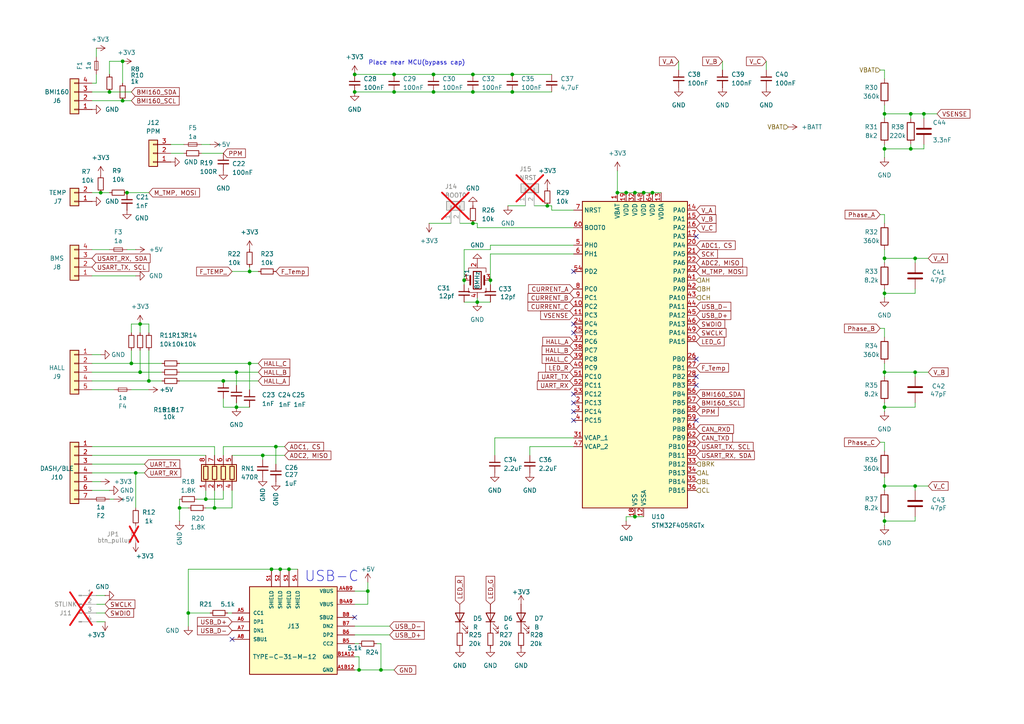
<source format=kicad_sch>
(kicad_sch (version 20231120) (generator "eeschema") (generator_version "8.0")
  (paper "A4")
  (junction (at 102.87 21.59))
  (junction (at 80.01 129.54))
  (junction (at 148.59 21.59))
  (junction (at 83.82 165.1))
  (junction (at 137.16 26.67))
  (junction (at 106.68 171.45))
  (junction (at 68.58 118.11))
  (junction (at 264.16 43.18))
  (junction (at 137.16 21.59))
  (junction (at 158.75 59.69))
  (junction (at 256.54 151.13))
  (junction (at 264.16 33.02))
  (junction (at 104.14 194.31))
  (junction (at 76.2 132.08))
  (junction (at 189.23 55.88))
  (junction (at 256.54 118.11))
  (junction (at 54.61 177.8))
  (junction (at 114.3 21.59))
  (junction (at 39.37 137.16))
  (junction (at 142.24 81.28))
  (junction (at 179.07 55.88))
  (junction (at 256.54 74.93))
  (junction (at 72.39 105.41))
  (junction (at 125.73 21.59))
  (junction (at 36.83 55.88))
  (junction (at 110.49 194.31))
  (junction (at 256.54 33.02))
  (junction (at 148.59 26.67))
  (junction (at 186.69 55.88))
  (junction (at 256.54 140.97))
  (junction (at 68.58 107.95))
  (junction (at 31.75 26.67))
  (junction (at 184.15 149.86))
  (junction (at 72.39 78.74))
  (junction (at 114.3 26.67))
  (junction (at 38.1 105.41))
  (junction (at 267.97 33.02))
  (junction (at 265.43 107.95))
  (junction (at 40.64 107.95))
  (junction (at 81.28 165.1))
  (junction (at 52.07 147.32))
  (junction (at 35.56 29.21))
  (junction (at 265.43 140.97))
  (junction (at 256.54 107.95))
  (junction (at 78.74 165.1))
  (junction (at 181.61 55.88))
  (junction (at 102.87 26.67))
  (junction (at 256.54 85.09))
  (junction (at 256.54 43.18))
  (junction (at 35.56 17.78))
  (junction (at 43.18 110.49))
  (junction (at 40.64 93.98))
  (junction (at 265.43 74.93))
  (junction (at 137.16 64.77))
  (junction (at 184.15 55.88))
  (junction (at 29.21 55.88))
  (junction (at 59.69 144.78))
  (junction (at 125.73 26.67))
  (junction (at 138.43 87.63))
  (junction (at 64.77 110.49))
  (junction (at 62.23 147.32))
  (junction (at 134.62 81.28))
  (no_connect (at 67.31 185.42))
  (no_connect (at 201.93 111.76))
  (no_connect (at 201.93 121.92))
  (no_connect (at 166.37 116.84))
  (no_connect (at 166.37 119.38))
  (no_connect (at 201.93 68.58))
  (no_connect (at 166.37 93.98))
  (no_connect (at 102.87 179.07))
  (no_connect (at 166.37 96.52))
  (no_connect (at 166.37 121.92))
  (no_connect (at 201.93 109.22))
  (no_connect (at 166.37 78.74))
  (no_connect (at 201.93 104.14))
  (no_connect (at 166.37 114.3))
  (wire (pts (xy 76.2 132.08) (xy 76.2 133.35)))
  (wire (pts (xy 256.54 74.93) (xy 256.54 76.2)))
  (wire (pts (xy 31.75 26.67) (xy 38.1 26.67)))
  (wire (pts (xy 160.02 59.69) (xy 160.02 60.96)))
  (wire (pts (xy 255.27 95.25) (xy 256.54 95.25)))
  (wire (pts (xy 267.97 41.91) (xy 267.97 43.18)))
  (wire (pts (xy 179.07 55.88) (xy 181.61 55.88)))
  (wire (pts (xy 52.07 147.32) (xy 52.07 151.13)))
  (wire (pts (xy 166.37 129.54) (xy 153.67 129.54)))
  (wire (pts (xy 38.1 113.03) (xy 43.18 113.03)))
  (wire (pts (xy 153.67 129.54) (xy 153.67 132.08)))
  (wire (pts (xy 102.87 181.61) (xy 113.03 181.61)))
  (wire (pts (xy 147.32 59.69) (xy 152.4 59.69)))
  (wire (pts (xy 68.58 107.95) (xy 74.93 107.95)))
  (wire (pts (xy 72.39 77.47) (xy 72.39 78.74)))
  (wire (pts (xy 134.62 72.39) (xy 134.62 81.28)))
  (wire (pts (xy 62.23 142.24) (xy 62.23 147.32)))
  (wire (pts (xy 137.16 26.67) (xy 148.59 26.67)))
  (wire (pts (xy 209.55 17.78) (xy 209.55 20.32)))
  (wire (pts (xy 256.54 85.09) (xy 256.54 86.36)))
  (wire (pts (xy 27.94 13.97) (xy 27.94 16.51)))
  (wire (pts (xy 26.67 110.49) (xy 43.18 110.49)))
  (wire (pts (xy 102.87 175.26) (xy 106.68 175.26)))
  (wire (pts (xy 64.77 118.11) (xy 68.58 118.11)))
  (wire (pts (xy 134.62 87.63) (xy 138.43 87.63)))
  (wire (pts (xy 59.69 147.32) (xy 62.23 147.32)))
  (wire (pts (xy 52.07 107.95) (xy 68.58 107.95)))
  (wire (pts (xy 31.75 55.88) (xy 29.21 55.88)))
  (wire (pts (xy 72.39 118.11) (xy 68.58 118.11)))
  (wire (pts (xy 26.67 80.01) (xy 39.37 80.01)))
  (wire (pts (xy 38.1 93.98) (xy 38.1 96.52)))
  (wire (pts (xy 26.67 113.03) (xy 33.02 113.03)))
  (wire (pts (xy 76.2 132.08) (xy 82.55 132.08)))
  (wire (pts (xy 27.94 24.13) (xy 26.67 24.13)))
  (wire (pts (xy 26.67 26.67) (xy 31.75 26.67)))
  (wire (pts (xy 265.43 140.97) (xy 269.24 140.97)))
  (wire (pts (xy 67.31 177.8) (xy 66.04 177.8)))
  (wire (pts (xy 68.58 116.84) (xy 68.58 118.11)))
  (wire (pts (xy 267.97 33.02) (xy 267.97 34.29)))
  (wire (pts (xy 265.43 107.95) (xy 269.24 107.95)))
  (wire (pts (xy 102.87 21.59) (xy 114.3 21.59)))
  (wire (pts (xy 256.54 118.11) (xy 265.43 118.11)))
  (wire (pts (xy 265.43 83.82) (xy 265.43 85.09)))
  (wire (pts (xy 27.94 172.72) (xy 30.48 172.72)))
  (wire (pts (xy 256.54 41.91) (xy 256.54 43.18)))
  (wire (pts (xy 134.62 72.39) (xy 142.24 72.39)))
  (wire (pts (xy 143.51 132.08) (xy 143.51 127)))
  (wire (pts (xy 26.67 134.62) (xy 41.91 134.62)))
  (wire (pts (xy 264.16 43.18) (xy 267.97 43.18)))
  (wire (pts (xy 64.77 129.54) (xy 64.77 132.08)))
  (wire (pts (xy 80.01 129.54) (xy 80.01 134.62)))
  (wire (pts (xy 256.54 105.41) (xy 256.54 107.95)))
  (wire (pts (xy 256.54 107.95) (xy 265.43 107.95)))
  (wire (pts (xy 138.43 66.04) (xy 166.37 66.04)))
  (wire (pts (xy 106.68 168.91) (xy 106.68 171.45)))
  (wire (pts (xy 43.18 110.49) (xy 46.99 110.49)))
  (wire (pts (xy 59.69 144.78) (xy 64.77 144.78)))
  (wire (pts (xy 36.83 72.39) (xy 39.37 72.39)))
  (wire (pts (xy 31.75 144.78) (xy 33.02 144.78)))
  (wire (pts (xy 26.67 107.95) (xy 40.64 107.95)))
  (wire (pts (xy 35.56 17.78) (xy 35.56 24.13)))
  (wire (pts (xy 81.28 165.1) (xy 83.82 165.1)))
  (wire (pts (xy 27.94 177.8) (xy 30.48 177.8)))
  (wire (pts (xy 59.69 142.24) (xy 59.69 144.78)))
  (wire (pts (xy 256.54 118.11) (xy 256.54 119.38)))
  (wire (pts (xy 102.87 184.15) (xy 113.03 184.15)))
  (wire (pts (xy 40.64 107.95) (xy 46.99 107.95)))
  (wire (pts (xy 27.94 180.34) (xy 30.48 180.34)))
  (wire (pts (xy 184.15 149.86) (xy 181.61 149.86)))
  (wire (pts (xy 142.24 71.12) (xy 166.37 71.12)))
  (wire (pts (xy 49.53 44.45) (xy 53.34 44.45)))
  (wire (pts (xy 67.31 147.32) (xy 62.23 147.32)))
  (wire (pts (xy 265.43 74.93) (xy 265.43 76.2)))
  (wire (pts (xy 26.67 139.7) (xy 29.21 139.7)))
  (wire (pts (xy 68.58 107.95) (xy 68.58 111.76)))
  (wire (pts (xy 160.02 60.96) (xy 166.37 60.96)))
  (wire (pts (xy 26.67 29.21) (xy 35.56 29.21)))
  (wire (pts (xy 256.54 128.27) (xy 256.54 130.81)))
  (wire (pts (xy 35.56 29.21) (xy 38.1 29.21)))
  (wire (pts (xy 102.87 171.45) (xy 106.68 171.45)))
  (wire (pts (xy 27.94 175.26) (xy 30.48 175.26)))
  (wire (pts (xy 40.64 93.98) (xy 43.18 93.98)))
  (wire (pts (xy 137.16 21.59) (xy 148.59 21.59)))
  (wire (pts (xy 158.75 59.69) (xy 160.02 59.69)))
  (wire (pts (xy 125.73 26.67) (xy 137.16 26.67)))
  (wire (pts (xy 196.85 20.32) (xy 196.85 17.78)))
  (wire (pts (xy 43.18 101.6) (xy 43.18 110.49)))
  (wire (pts (xy 264.16 33.02) (xy 267.97 33.02)))
  (wire (pts (xy 64.77 144.78) (xy 64.77 142.24)))
  (wire (pts (xy 49.53 41.91) (xy 53.34 41.91)))
  (wire (pts (xy 255.27 62.23) (xy 256.54 62.23)))
  (wire (pts (xy 26.67 142.24) (xy 31.75 142.24)))
  (wire (pts (xy 265.43 140.97) (xy 265.43 142.24)))
  (wire (pts (xy 40.64 101.6) (xy 40.64 107.95)))
  (wire (pts (xy 72.39 78.74) (xy 74.93 78.74)))
  (wire (pts (xy 265.43 149.86) (xy 265.43 151.13)))
  (wire (pts (xy 114.3 26.67) (xy 125.73 26.67)))
  (wire (pts (xy 255.27 128.27) (xy 256.54 128.27)))
  (wire (pts (xy 38.1 101.6) (xy 38.1 105.41)))
  (wire (pts (xy 256.54 149.86) (xy 256.54 151.13)))
  (wire (pts (xy 27.94 21.59) (xy 27.94 24.13)))
  (wire (pts (xy 186.69 149.86) (xy 184.15 149.86)))
  (wire (pts (xy 256.54 33.02) (xy 256.54 34.29)))
  (wire (pts (xy 256.54 43.18) (xy 264.16 43.18)))
  (wire (pts (xy 102.87 26.67) (xy 114.3 26.67)))
  (wire (pts (xy 256.54 72.39) (xy 256.54 74.93)))
  (wire (pts (xy 130.81 64.77) (xy 124.46 64.77)))
  (wire (pts (xy 137.16 64.77) (xy 138.43 64.77)))
  (wire (pts (xy 256.54 151.13) (xy 265.43 151.13)))
  (wire (pts (xy 265.43 74.93) (xy 269.24 74.93)))
  (wire (pts (xy 256.54 85.09) (xy 265.43 85.09)))
  (wire (pts (xy 184.15 55.88) (xy 186.69 55.88)))
  (wire (pts (xy 256.54 20.32) (xy 256.54 22.86)))
  (wire (pts (xy 265.43 116.84) (xy 265.43 118.11)))
  (wire (pts (xy 110.49 194.31) (xy 104.14 194.31)))
  (wire (pts (xy 58.42 41.91) (xy 60.96 41.91)))
  (wire (pts (xy 26.67 105.41) (xy 38.1 105.41)))
  (wire (pts (xy 181.61 149.86) (xy 181.61 151.13)))
  (wire (pts (xy 67.31 142.24) (xy 67.31 147.32)))
  (wire (pts (xy 264.16 33.02) (xy 264.16 34.29)))
  (wire (pts (xy 26.67 72.39) (xy 31.75 72.39)))
  (wire (pts (xy 26.67 137.16) (xy 39.37 137.16)))
  (wire (pts (xy 36.83 55.88) (xy 43.18 55.88)))
  (wire (pts (xy 256.54 151.13) (xy 256.54 152.4)))
  (wire (pts (xy 256.54 62.23) (xy 256.54 64.77)))
  (wire (pts (xy 54.61 165.1) (xy 54.61 177.8)))
  (wire (pts (xy 148.59 21.59) (xy 160.02 21.59)))
  (wire (pts (xy 142.24 72.39) (xy 142.24 71.12)))
  (wire (pts (xy 256.54 43.18) (xy 256.54 45.72)))
  (wire (pts (xy 264.16 41.91) (xy 264.16 43.18)))
  (wire (pts (xy 138.43 87.63) (xy 138.43 86.36)))
  (wire (pts (xy 256.54 140.97) (xy 256.54 142.24)))
  (wire (pts (xy 125.73 21.59) (xy 137.16 21.59)))
  (wire (pts (xy 179.07 49.53) (xy 179.07 55.88)))
  (wire (pts (xy 83.82 165.1) (xy 86.36 165.1)))
  (wire (pts (xy 58.42 44.45) (xy 64.77 44.45)))
  (wire (pts (xy 54.61 165.1) (xy 78.74 165.1)))
  (wire (pts (xy 109.22 186.69) (xy 110.49 186.69)))
  (wire (pts (xy 67.31 132.08) (xy 76.2 132.08)))
  (wire (pts (xy 256.54 140.97) (xy 265.43 140.97)))
  (wire (pts (xy 40.64 93.98) (xy 40.64 96.52)))
  (wire (pts (xy 80.01 129.54) (xy 82.55 129.54)))
  (wire (pts (xy 222.25 17.78) (xy 222.25 20.32)))
  (wire (pts (xy 134.62 81.28) (xy 134.62 82.55)))
  (wire (pts (xy 26.67 132.08) (xy 59.69 132.08)))
  (wire (pts (xy 166.37 73.66) (xy 142.24 73.66)))
  (wire (pts (xy 31.75 17.78) (xy 35.56 17.78)))
  (wire (pts (xy 106.68 175.26) (xy 106.68 171.45)))
  (wire (pts (xy 256.54 83.82) (xy 256.54 85.09)))
  (wire (pts (xy 52.07 110.49) (xy 64.77 110.49)))
  (wire (pts (xy 52.07 105.41) (xy 72.39 105.41)))
  (wire (pts (xy 57.15 144.78) (xy 59.69 144.78)))
  (wire (pts (xy 64.77 115.57) (xy 64.77 118.11)))
  (wire (pts (xy 255.27 20.32) (xy 256.54 20.32)))
  (wire (pts (xy 133.35 64.77) (xy 137.16 64.77)))
  (wire (pts (xy 138.43 87.63) (xy 142.24 87.63)))
  (wire (pts (xy 256.54 33.02) (xy 264.16 33.02)))
  (wire (pts (xy 265.43 107.95) (xy 265.43 109.22)))
  (wire (pts (xy 52.07 144.78) (xy 52.07 147.32)))
  (wire (pts (xy 256.54 95.25) (xy 256.54 97.79)))
  (wire (pts (xy 26.67 102.87) (xy 29.21 102.87)))
  (wire (pts (xy 148.59 26.67) (xy 160.02 26.67)))
  (wire (pts (xy 38.1 105.41) (xy 46.99 105.41)))
  (wire (pts (xy 110.49 186.69) (xy 110.49 194.31)))
  (wire (pts (xy 54.61 177.8) (xy 60.96 177.8)))
  (wire (pts (xy 31.75 21.59) (xy 31.75 17.78)))
  (wire (pts (xy 267.97 33.02) (xy 271.78 33.02)))
  (wire (pts (xy 72.39 105.41) (xy 74.93 105.41)))
  (wire (pts (xy 142.24 82.55) (xy 142.24 81.28)))
  (wire (pts (xy 72.39 105.41) (xy 72.39 113.03)))
  (wire (pts (xy 54.61 181.61) (xy 54.61 177.8)))
  (wire (pts (xy 256.54 138.43) (xy 256.54 140.97)))
  (wire (pts (xy 114.3 194.31) (xy 110.49 194.31)))
  (wire (pts (xy 102.87 186.69) (xy 104.14 186.69)))
  (wire (pts (xy 186.69 55.88) (xy 189.23 55.88)))
  (wire (pts (xy 26.67 55.88) (xy 29.21 55.88)))
  (wire (pts (xy 78.74 165.1) (xy 81.28 165.1)))
  (wire (pts (xy 62.23 132.08) (xy 62.23 129.54)))
  (wire (pts (xy 256.54 74.93) (xy 265.43 74.93)))
  (wire (pts (xy 114.3 21.59) (xy 125.73 21.59)))
  (wire (pts (xy 181.61 55.88) (xy 184.15 55.88)))
  (wire (pts (xy 52.07 147.32) (xy 54.61 147.32)))
  (wire (pts (xy 72.39 78.74) (xy 67.31 78.74)))
  (wire (pts (xy 43.18 93.98) (xy 43.18 96.52)))
  (wire (pts (xy 142.24 73.66) (xy 142.24 81.28)))
  (wire (pts (xy 189.23 55.88) (xy 191.77 55.88)))
  (wire (pts (xy 143.51 127) (xy 166.37 127)))
  (wire (pts (xy 39.37 137.16) (xy 41.91 137.16)))
  (wire (pts (xy 256.54 116.84) (xy 256.54 118.11)))
  (wire (pts (xy 256.54 30.48) (xy 256.54 33.02)))
  (wire (pts (xy 64.77 110.49) (xy 74.93 110.49)))
  (wire (pts (xy 154.94 59.69) (xy 158.75 59.69)))
  (wire (pts (xy 256.54 107.95) (xy 256.54 109.22)))
  (wire (pts (xy 104.14 190.5) (xy 104.14 194.31)))
  (wire (pts (xy 138.43 64.77) (xy 138.43 66.04)))
  (wire (pts (xy 26.67 129.54) (xy 62.23 129.54)))
  (wire (pts (xy 102.87 190.5) (xy 104.14 190.5)))
  (wire (pts (xy 102.87 194.31) (xy 104.14 194.31)))
  (wire (pts (xy 39.37 137.16) (xy 39.37 147.32)))
  (wire (pts (xy 38.1 93.98) (xy 40.64 93.98)))
  (wire (pts (xy 64.77 129.54) (xy 80.01 129.54)))
  (text "USB-C\n" (at 88.265 169.037 0) (effects (font (size 2.9972 2.9972)) (justify left bottom)))
  (text "Place near MCU(bypass cap)" (at 120.904 18.288 0) (effects (font (size 1.27 1.27))))
  (global_label "ADC1, CS" (shape input) (at 82.55 129.54 0) (property "Intersheetrefs" "${INTERSHEET_REFS}" (effects (hide yes))))
  (global_label "F_Temp" (shape input) (at 80.01 78.74 0) (property "Intersheetrefs" "${INTERSHEET_REFS}" (effects (hide yes))))
  (global_label "CURRENT_C" (shape input) (at 166.37 88.9 180) (property "Intersheetrefs" "${INTERSHEET_REFS}" (effects (hide yes))))
  (global_label "UART_TX" (shape input) (at 41.91 134.62 0) (property "Intersheetrefs" "${INTERSHEET_REFS}" (effects (hide yes))))
  (global_label "PPM" (shape input) (at 201.93 119.38 0) (property "Intersheetrefs" "${INTERSHEET_REFS}" (effects (hide yes))))
  (global_label "SWDIO" (shape input) (at 201.93 93.98 0) (property "Intersheetrefs" "${INTERSHEET_REFS}" (effects (hide yes))))
  (global_label "SWDIO" (shape input) (at 30.48 177.8 0) (property "Intersheetrefs" "${INTERSHEET_REFS}" (effects (hide yes))))
  (global_label "V_A" (shape input) (at 201.93 60.96 0) (property "Intersheetrefs" "${INTERSHEET_REFS}" (effects (hide yes))))
  (global_label "VSENSE" (shape input) (at 271.78 33.02 0) (property "Intersheetrefs" "${INTERSHEET_REFS}" (effects (hide yes))))
  (global_label "ADC2, MISO" (shape input) (at 201.93 76.2 0) (property "Intersheetrefs" "${INTERSHEET_REFS}" (effects (hide yes))))
  (global_label "SWCLK" (shape input) (at 30.48 175.26 0) (property "Intersheetrefs" "${INTERSHEET_REFS}" (effects (hide yes))))
  (global_label "USART_RX, SDA" (shape input) (at 26.67 74.93 0) (property "Intersheetrefs" "${INTERSHEET_REFS}" (effects (hide yes))))
  (global_label "CAN_RXD" (shape input) (at 201.93 124.46 0) (property "Intersheetrefs" "${INTERSHEET_REFS}" (effects (hide yes))))
  (global_label "V_C" (shape input) (at 222.25 17.78 180) (property "Intersheetrefs" "${INTERSHEET_REFS}" (effects (hide yes))))
  (global_label "SCK" (shape input) (at 201.93 73.66 0) (property "Intersheetrefs" "${INTERSHEET_REFS}" (effects (hide yes))))
  (global_label "V_B" (shape input) (at 201.93 63.5 0) (property "Intersheetrefs" "${INTERSHEET_REFS}" (effects (hide yes))))
  (global_label "SWCLK" (shape input) (at 201.93 96.52 0) (property "Intersheetrefs" "${INTERSHEET_REFS}" (effects (hide yes))))
  (global_label "USB_D-" (shape input) (at 113.03 181.61 0) (property "Intersheetrefs" "${INTERSHEET_REFS}" (effects (hide yes))))
  (global_label "LED_R" (shape input) (at 133.35 175.26 90) (property "Intersheetrefs" "${INTERSHEET_REFS}" (effects (hide yes))))
  (global_label "V_C" (shape input) (at 201.93 66.04 0) (property "Intersheetrefs" "${INTERSHEET_REFS}" (effects (hide yes))))
  (global_label "VSENSE" (shape input) (at 166.37 91.44 180) (property "Intersheetrefs" "${INTERSHEET_REFS}" (effects (hide yes))))
  (global_label "V_B" (shape input) (at 209.55 17.78 180) (property "Intersheetrefs" "${INTERSHEET_REFS}" (effects (hide yes))))
  (global_label "M_TMP, MOSI" (shape input) (at 201.93 78.74 0) (property "Intersheetrefs" "${INTERSHEET_REFS}" (effects (hide yes))))
  (global_label "GND" (shape input) (at 114.3 194.31 0) (property "Intersheetrefs" "${INTERSHEET_REFS}" (effects (hide yes))))
  (global_label "Phase_A" (shape input) (at 255.27 62.23 180) (property "Intersheetrefs" "${INTERSHEET_REFS}" (effects (hide yes))))
  (global_label "CAN_TXD" (shape input) (at 201.93 127 0) (property "Intersheetrefs" "${INTERSHEET_REFS}" (effects (hide yes))))
  (global_label "HALL_C" (shape input) (at 74.93 105.41 0) (property "Intersheetrefs" "${INTERSHEET_REFS}" (effects (hide yes))))
  (global_label "HALL_B" (shape input) (at 74.93 107.95 0) (property "Intersheetrefs" "${INTERSHEET_REFS}" (effects (hide yes))))
  (global_label "V_A" (shape input) (at 269.24 74.93 0) (property "Intersheetrefs" "${INTERSHEET_REFS}" (effects (hide yes))))
  (global_label "USB_D+" (shape input) (at 201.93 91.44 0) (property "Intersheetrefs" "${INTERSHEET_REFS}" (effects (hide yes))))
  (global_label "Phase_B" (shape input) (at 255.27 95.25 180) (property "Intersheetrefs" "${INTERSHEET_REFS}" (effects (hide yes))))
  (global_label "CURRENT_A" (shape input) (at 166.37 83.82 180) (property "Intersheetrefs" "${INTERSHEET_REFS}" (effects (hide yes))))
  (global_label "USART_TX, SCL" (shape input) (at 26.67 77.47 0) (property "Intersheetrefs" "${INTERSHEET_REFS}" (effects (hide yes))))
  (global_label "USART_RX, SDA" (shape input) (at 201.93 132.08 0) (property "Intersheetrefs" "${INTERSHEET_REFS}" (effects (hide yes))))
  (global_label "USB_D-" (shape input) (at 201.93 88.9 0) (property "Intersheetrefs" "${INTERSHEET_REFS}" (effects (hide yes))))
  (global_label "V_B" (shape input) (at 269.24 107.95 0) (property "Intersheetrefs" "${INTERSHEET_REFS}" (effects (hide yes))))
  (global_label "UART_RX" (shape input) (at 166.37 111.76 180) (property "Intersheetrefs" "${INTERSHEET_REFS}" (effects (hide yes))))
  (global_label "BMI160_SDA" (shape input) (at 38.1 26.67 0) (property "Intersheetrefs" "${INTERSHEET_REFS}" (effects (hide yes))))
  (global_label "UART_TX" (shape input) (at 166.37 109.22 180) (property "Intersheetrefs" "${INTERSHEET_REFS}" (effects (hide yes))))
  (global_label "PPM" (shape input) (at 64.77 44.45 0) (property "Intersheetrefs" "${INTERSHEET_REFS}" (effects (hide yes))))
  (global_label "Phase_C" (shape input) (at 255.27 128.27 180) (property "Intersheetrefs" "${INTERSHEET_REFS}" (effects (hide yes))))
  (global_label "HALL_B" (shape input) (at 166.37 101.6 180) (property "Intersheetrefs" "${INTERSHEET_REFS}" (effects (hide yes))))
  (global_label "LED_R" (shape input) (at 166.37 106.68 180) (property "Intersheetrefs" "${INTERSHEET_REFS}" (effects (hide yes))))
  (global_label "CURRENT_B" (shape input) (at 166.37 86.36 180) (property "Intersheetrefs" "${INTERSHEET_REFS}" (effects (hide yes))))
  (global_label "F_Temp" (shape input) (at 201.93 106.68 0) (property "Intersheetrefs" "${INTERSHEET_REFS}" (effects (hide yes))))
  (global_label "USB_D-" (shape input) (at 67.31 182.88 180) (property "Intersheetrefs" "${INTERSHEET_REFS}" (effects (hide yes))))
  (global_label "BMI160_SCL" (shape input) (at 201.93 116.84 0) (property "Intersheetrefs" "${INTERSHEET_REFS}" (effects (hide yes))))
  (global_label "F_TEMP_" (shape input) (at 67.31 78.74 180) (property "Intersheetrefs" "${INTERSHEET_REFS}" (effects (hide yes))))
  (global_label "BMI160_SDA" (shape input) (at 201.93 114.3 0) (property "Intersheetrefs" "${INTERSHEET_REFS}" (effects (hide yes))))
  (global_label "HALL_A" (shape input) (at 74.93 110.49 0) (property "Intersheetrefs" "${INTERSHEET_REFS}" (effects (hide yes))))
  (global_label "LED_G" (shape input) (at 201.93 99.06 0) (property "Intersheetrefs" "${INTERSHEET_REFS}" (effects (hide yes))))
  (global_label "V_C" (shape input) (at 269.24 140.97 0) (property "Intersheetrefs" "${INTERSHEET_REFS}" (effects (hide yes))))
  (global_label "UART_RX" (shape input) (at 41.91 137.16 0) (property "Intersheetrefs" "${INTERSHEET_REFS}" (effects (hide yes))))
  (global_label "ADC1, CS" (shape input) (at 201.93 71.12 0) (property "Intersheetrefs" "${INTERSHEET_REFS}" (effects (hide yes))))
  (global_label "LED_G" (shape input) (at 142.24 175.26 90) (property "Intersheetrefs" "${INTERSHEET_REFS}" (effects (hide yes))))
  (global_label "V_A" (shape input) (at 196.85 17.78 180) (property "Intersheetrefs" "${INTERSHEET_REFS}" (effects (hide yes))))
  (global_label "BMI160_SCL" (shape input) (at 38.1 29.21 0) (property "Intersheetrefs" "${INTERSHEET_REFS}" (effects (hide yes))))
  (global_label "HALL_A" (shape input) (at 166.37 99.06 180) (property "Intersheetrefs" "${INTERSHEET_REFS}" (effects (hide yes))))
  (global_label "USART_TX, SCL" (shape input) (at 201.93 129.54 0) (property "Intersheetrefs" "${INTERSHEET_REFS}" (effects (hide yes))))
  (global_label "ADC2, MISO" (shape input) (at 82.55 132.08 0) (property "Intersheetrefs" "${INTERSHEET_REFS}" (effects (hide yes))))
  (global_label "USB_D+" (shape input) (at 67.31 180.34 180) (property "Intersheetrefs" "${INTERSHEET_REFS}" (effects (hide yes))))
  (global_label "M_TMP, MOSI" (shape input) (at 43.18 55.88 0) (property "Intersheetrefs" "${INTERSHEET_REFS}" (effects (hide yes))))
  (global_label "HALL_C" (shape input) (at 166.37 104.14 180) (property "Intersheetrefs" "${INTERSHEET_REFS}" (effects (hide yes))))
  (global_label "USB_D+" (shape input) (at 113.03 184.15 0) (property "Intersheetrefs" "${INTERSHEET_REFS}" (effects (hide yes))))
  (hierarchical_label "BRK" (shape input) (at 201.93 134.62 0))
  (hierarchical_label "BL" (shape input) (at 201.93 139.7 0))
  (hierarchical_label "BH" (shape input) (at 201.93 83.82 0))
  (hierarchical_label "AH" (shape input) (at 201.93 81.28 0))
  (hierarchical_label "VBAT" (shape input) (at 228.6 36.83 180))
  (hierarchical_label "AL" (shape input) (at 201.93 137.16 0))
  (hierarchical_label "CL" (shape input) (at 201.93 142.24 0))
  (hierarchical_label "CH" (shape input) (at 201.93 86.36 0))
  (hierarchical_label "VBAT" (shape input) (at 255.27 20.32 180))
  (symbol (lib_id "Device:C") (at 267.97 38.1 0) (unit 1)
    (property "Reference" "C44" (at 270.51 35.56 0) (effects (justify left)))
    (property "Value" "3.3nF" (at 270.51 40.64 0) (effects (justify left)))
    (property "Footprint" "Capacitor_SMD:C_0603_1608Metric" (effects (hide yes)))
    (property "MFR PT" "CL10B332KB8NNNC" (effects (hide yes)))
    (property "LCSC" "C1613" (effects (hide yes)))
  )
  (symbol (lib_id "Device:R_Small") (at 142.24 185.42 0) (unit 1)
    (property "Reference" "R27" (at 144.78 184.1499 0) (effects (justify left)))
    (property "Value" "20k" (at 144.78 186.6899 0) (effects (justify left)))
    (property "Footprint" "Resistor_SMD:R_0603_1608Metric" (effects (hide yes)))
    (property "Description" "Resistor, small symbol" (effects (hide yes)))
    (property "LCSC" "C269687" (effects (hide yes)))
  )
  (symbol (lib_id "Device:R_Small") (at 63.5 177.8 270) (unit 1)
    (property "Reference" "R21" (at 59.69 175.26 90))
    (property "Value" "5.1k" (at 66.04 175.26 90))
    (property "Footprint" "Resistor_SMD:R_0402_1005Metric" (effects (hide yes)))
    (property "LCSC" "C105872" (effects (hide yes)))
  )
  (symbol (lib_id "power:+5V") (at 39.37 72.39 270) (unit 1)
    (property "Reference" "#PWR055" (effects (hide yes)))
    (property "Value" "+5V" (at 43.18 72.3899 90) (effects (justify left)))
    (property "Description" "Power symbol creates a global label with name \"+5V\"" (effects (hide yes)))
  )
  (symbol (lib_id "Connector_Generic:Conn_01x07") (at 21.59 137.16 0) (mirror y) (unit 1)
    (property "Reference" "J10" (at 16.51 138.43 0))
    (property "Value" "DASH/BLE" (at 16.51 135.89 0))
    (property "Footprint" "Connector_JST:JST_GH_BM07B-GHS-TBT_1x07-1MP_P1.25mm_Vertical" (effects (hide yes)))
    (property "Description" "Generic connector, single row, 01x07, script generated (kicad-library-utils/schlib/autogen/connector/)" (effects (hide yes)))
    (property "LCSC" "C5340799" (effects (hide yes)))
  )
  (symbol (lib_id "Device:R") (at 256.54 26.67 180) (unit 1)
    (property "Reference" "R30" (at 252.73 25.4 0))
    (property "Value" "360k" (at 252.73 27.94 0))
    (property "Footprint" "Resistor_SMD:R_0805_2012Metric" (effects (hide yes)))
    (property "MFR PT" "0805W8F3603T5E" (effects (hide yes)))
    (property "LCSC" "C17645" (effects (hide yes)))
  )
  (symbol (lib_id "Device:R_Small") (at 49.53 110.49 270) (unit 1)
    (property "Reference" "R17" (at 49.53 118.872 90) (effects (justify left)))
    (property "Value" "10k" (effects (hide yes)))
    (property "Footprint" "Resistor_SMD:R_0402_1005Metric" (effects (hide yes)))
    (property "Description" "Resistor, small symbol" (effects (hide yes)))
    (property "LCSC" "C25744" (effects (hide yes)))
  )
  (symbol (lib_id "power:GND") (at 31.75 142.24 90) (mirror x) (unit 1)
    (property "Reference" "#PWR051" (effects (hide yes)))
    (property "Value" "GND" (at 36.83 142.24 90))
    (property "Description" "Power symbol creates a global label with name \"GND\" , ground" (effects (hide yes)))
  )
  (symbol (lib_id "power:GND") (at 147.32 59.69 0) (unit 1)
    (property "Reference" "#PWR079" (effects (hide yes)))
    (property "Value" "GND" (at 147.32 64.77 0))
    (property "Description" "Power symbol creates a global label with name \"GND\" , ground" (effects (hide yes)))
  )
  (symbol (lib_id "power:GND") (at 52.07 151.13 0) (mirror y) (unit 1)
    (property "Reference" "#PWR061" (effects (hide yes)))
    (property "Value" "GND" (at 52.07 156.21 90))
    (property "Description" "Power symbol creates a global label with name \"GND\" , ground" (effects (hide yes)))
  )
  (symbol (lib_id "Device:C_Small") (at 209.55 22.86 0) (unit 1)
    (property "Reference" "C39" (at 212.09 21.5962 0) (effects (justify left)))
    (property "Value" "100nF" (at 212.09 24.1362 0) (effects (justify left)))
    (property "Footprint" "Capacitor_SMD:C_0603_1608Metric" (effects (hide yes)))
    (property "Description" "Unpolarized capacitor, small symbol" (effects (hide yes)))
    (property "LCSC" "C14663" (effects (hide yes)))
  )
  (symbol (lib_id "Device:R_Small") (at 29.21 53.34 0) (unit 1)
    (property "Reference" "R7" (at 23.622 49.784 0) (effects (justify left)))
    (property "Value" "10k" (at 23.622 52.324 0) (effects (justify left)))
    (property "Footprint" "Resistor_SMD:R_0603_1608Metric" (effects (hide yes)))
    (property "Description" "Resistor, small symbol" (effects (hide yes)))
    (property "LCSC" "C25804" (effects (hide yes)))
  )
  (symbol (lib_id "power:+3V3") (at 29.21 139.7 270) (unit 1)
    (property "Reference" "#PWR048" (effects (hide yes)))
    (property "Value" "+3V3" (at 33.02 139.6999 90) (effects (justify left)))
    (property "Description" "Power symbol creates a global label with name \"+3V3\"" (effects (hide yes)))
  )
  (symbol (lib_id "Device:Fuse_Small") (at 34.29 72.39 0) (unit 1)
    (property "Reference" "F3" (at 34.29 67.31 0))
    (property "Value" "1a" (at 34.29 69.85 0))
    (property "Footprint" "Resistor_SMD:R_1206_3216Metric" (effects (hide yes)))
    (property "Description" "Fuse, small symbol" (effects (hide yes)))
    (property "LCSC" "C2982267" (effects (hide yes)))
  )
  (symbol (lib_id "power:+5V") (at 60.96 41.91 270) (mirror x) (unit 1)
    (property "Reference" "#PWR063" (effects (hide yes)))
    (property "Value" "+5V" (at 64.77 41.91 90))
    (property "Description" "Power symbol creates a global label with name \"+5V\"" (effects (hide yes)))
  )
  (symbol (lib_id "power:+3V3") (at 40.64 93.98 0) (unit 1)
    (property "Reference" "#PWR058" (effects (hide yes)))
    (property "Value" "+3V3" (at 40.64 88.9 0))
    (property "Description" "Power symbol creates a global label with name \"+3V3\"" (effects (hide yes)))
  )
  (symbol (lib_id "Device:R_Small") (at 55.88 44.45 270) (unit 1)
    (property "Reference" "R19" (at 57.912 47.244 90) (effects (justify left)))
    (property "Value" "100R" (at 57.912 49.784 90) (effects (justify left)))
    (property "Footprint" "Resistor_SMD:R_0603_1608Metric" (effects (hide yes)))
    (property "Description" "Resistor, small symbol" (effects (hide yes)))
    (property "LCSC" "C105588" (effects (hide yes)))
  )
  (symbol (lib_id "power:+3V3") (at 158.75 54.61 0) (unit 1)
    (property "Reference" "#PWR083" (effects (hide yes)))
    (property "Value" "+3V3" (at 158.75 49.53 0))
    (property "Description" "Power symbol creates a global label with name \"+3V3\"" (effects (hide yes)))
  )
  (symbol (lib_id "power:GND") (at 26.67 31.75 90) (unit 1)
    (property "Reference" "#PWR043" (effects (hide yes)))
    (property "Value" "GND" (at 30.48 31.7499 90) (effects (justify right)))
    (property "Description" "Power symbol creates a global label with name \"GND\" , ground" (effects (hide yes)))
  )
  (symbol (lib_id "power:GND") (at 133.35 187.96 0) (unit 1)
    (property "Reference" "#PWR073" (effects (hide yes)))
    (property "Value" "GND" (at 133.35 193.04 0))
    (property "Description" "Power symbol creates a global label with name \"GND\" , ground" (effects (hide yes)))
  )
  (symbol (lib_id "power:+3V3") (at 124.46 64.77 180) (unit 1)
    (property "Reference" "#PWR074" (effects (hide yes)))
    (property "Value" "+3V3" (at 124.46 69.85 0))
    (property "Description" "Power symbol creates a global label with name \"+3V3\"" (effects (hide yes)))
  )
  (symbol (lib_id "Device:R") (at 256.54 134.62 180) (unit 1)
    (property "Reference" "R36" (at 252.73 133.35 0))
    (property "Value" "360k" (at 252.73 135.89 0))
    (property "Footprint" "Resistor_SMD:R_0805_2012Metric" (effects (hide yes)))
    (property "MFR PT" "0805W8F3603T5E" (effects (hide yes)))
    (property "LCSC" "C17645" (effects (hide yes)))
  )
  (symbol (lib_id "Device:R") (at 256.54 101.6 180) (unit 1)
    (property "Reference" "R34" (at 252.73 100.33 0))
    (property "Value" "360k" (at 252.73 102.87 0))
    (property "Footprint" "Resistor_SMD:R_0805_2012Metric" (effects (hide yes)))
    (property "MFR PT" "0805W8F3603T5E" (effects (hide yes)))
    (property "LCSC" "C17645" (effects (hide yes)))
  )
  (symbol (lib_id "power:+3V3") (at 72.39 72.39 0) (unit 1)
    (property "Reference" "#PWR066" (effects (hide yes)))
    (property "Value" "+3V3" (at 72.39 67.31 0))
    (property "Description" "Power symbol creates a global label with name \"+3V3\"" (effects (hide yes)))
  )
  (symbol (lib_id "power:GND") (at 196.85 25.4 0) (unit 1)
    (property "Reference" "#PWR086" (effects (hide yes)))
    (property "Value" "GND" (at 196.85 30.48 0))
    (property "Description" "Power symbol creates a global label with name \"GND\" , ground" (effects (hide yes)))
  )
  (symbol (lib_id "Device:C_Small") (at 196.85 22.86 0) (unit 1)
    (property "Reference" "C38" (at 199.39 21.5962 0) (effects (justify left)))
    (property "Value" "100nF" (at 199.39 24.1362 0) (effects (justify left)))
    (property "Footprint" "Capacitor_SMD:C_0603_1608Metric" (effects (hide yes)))
    (property "Description" "Unpolarized capacitor, small symbol" (effects (hide yes)))
    (property "LCSC" "C14663" (effects (hide yes)))
  )
  (symbol (lib_id "Device:LED") (at 142.24 179.07 90) (unit 1)
    (property "Reference" "D6" (at 146.05 179.3874 90) (effects (justify right)))
    (property "Value" "G" (at 146.05 181.9274 90) (effects (justify right)))
    (property "Footprint" "LED_SMD:LED_0603_1608Metric" (effects (hide yes)))
    (property "Description" "Light emitting diode" (effects (hide yes)))
    (property "LCSC" "C87326" (effects (hide yes)))
  )
  (symbol (lib_id "power:GND") (at 39.37 80.01 90) (unit 1)
    (property "Reference" "#PWR056" (effects (hide yes)))
    (property "Value" "GND" (at 43.18 80.0099 90) (effects (justify right)))
    (property "Description" "Power symbol creates a global label with name \"GND\" , ground" (effects (hide yes)))
  )
  (symbol (lib_id "MCU_ST_STM32F4:STM32F405RGTx") (at 184.15 104.14 0) (unit 1)
    (property "Reference" "U10" (at 188.8841 149.86 0) (effects (justify left)))
    (property "Value" "STM32F405RGTx" (at 188.8841 152.4 0) (effects (justify left)))
    (property "Footprint" "Package_QFP:LQFP-64_10x10mm_P0.5mm" (effects (hide yes)))
    (property "Datasheet" "https://www.st.com/resource/en/datasheet/stm32f405rg.pdf" (effects (hide yes)))
    (property "Description" "STMicroelectronics Arm Cortex-M4 MCU, 1024KB flash, 192KB RAM, 168 MHz, 1.8-3.6V, 51 GPIO, LQFP64" (effects (hide yes)))
    (property "LCSC" "C15742" (effects (hide yes)))
  )
  (symbol (lib_id "Device:R_Small") (at 133.35 185.42 0) (unit 1)
    (property "Reference" "R25" (at 135.89 184.1499 0) (effects (justify left)))
    (property "Value" "20k" (at 135.89 186.6899 0) (effects (justify left)))
    (property "Footprint" "Resistor_SMD:R_0603_1608Metric" (effects (hide yes)))
    (property "Description" "Resistor, small symbol" (effects (hide yes)))
    (property "LCSC" "C269687" (effects (hide yes)))
  )
  (symbol (lib_id "Device:R_Small") (at 106.68 186.69 90) (unit 1)
    (property "Reference" "R24" (at 107.95 189.23 90))
    (property "Value" "5.1k" (at 102.87 187.96 90))
    (property "Footprint" "Resistor_SMD:R_0402_1005Metric" (effects (hide yes)))
    (property "LCSC" "C105872" (effects (hide yes)))
  )
  (symbol (lib_id "power:+3V3") (at 30.48 180.34 180) (unit 1)
    (property "Reference" "#PWR050" (effects (hide yes)))
    (property "Value" "+3V3" (at 30.4799 184.15 0) (effects (justify left)))
    (property "Description" "Power symbol creates a global label with name \"+3V3\"" (effects (hide yes)))
  )
  (symbol (lib_id "Device:Fuse_Small") (at 29.21 144.78 180) (unit 1)
    (property "Reference" "F2" (at 29.21 149.606 0))
    (property "Value" "1a" (at 29.21 147.066 0))
    (property "Footprint" "Resistor_SMD:R_1206_3216Metric" (effects (hide yes)))
    (property "Description" "Fuse, small symbol" (effects (hide yes)))
    (property "LCSC" "C2982267" (effects (hide yes)))
  )
  (symbol (lib_id "Device:R") (at 264.16 38.1 180) (unit 1)
    (property "Reference" "R38" (at 260.35 36.83 0))
    (property "Value" "220k" (at 260.35 39.37 0))
    (property "Footprint" "Resistor_SMD:R_0603_1608Metric" (effects (hide yes)))
    (property "MFR PT" "0603WAF2203T5E" (effects (hide yes)))
    (property "LCSC" "C22961" (effects (hide yes)))
  )
  (symbol (lib_id "power:GND") (at 151.13 187.96 0) (unit 1)
    (property "Reference" "#PWR081" (effects (hide yes)))
    (property "Value" "GND" (at 151.13 193.04 0))
    (property "Description" "Power symbol creates a global label with name \"GND\" , ground" (effects (hide yes)))
  )
  (symbol (lib_id "Device:C") (at 265.43 80.01 0) (unit 1)
    (property "Reference" "C41" (at 270.256 78.994 0) (effects (justify left)))
    (property "Value" "47pF" (at 269.748 81.28 0) (effects (justify left)))
    (property "Footprint" "Capacitor_SMD:C_0603_1608Metric" (effects (hide yes)))
    (property "MFR PT" "CL10B332KB8NNNC" (effects (hide yes)))
    (property "LCSC" "C1613" (effects (hide yes)))
  )
  (symbol (lib_id "Device:C_Small") (at 68.58 114.3 0) (unit 1)
    (property "Reference" "C24" (at 80.518 114.554 0) (effects (justify left)))
    (property "Value" "1nF" (at 80.772 117.348 0) (effects (justify left)))
    (property "Footprint" "Capacitor_SMD:C_0402_1005Metric" (effects (hide yes)))
    (property "Description" "Unpolarized capacitor, small symbol" (effects (hide yes)))
    (property "LCSC" "C106205" (effects (hide yes)))
  )
  (symbol (lib_id "Device:C_Small") (at 36.83 58.42 0) (unit 1)
    (property "Reference" "C21" (at 39.37 57.1562 0) (effects (justify left)))
    (property "Value" "1nF" (at 39.37 59.6962 0) (effects (justify left)))
    (property "Footprint" "Capacitor_SMD:C_0603_1608Metric" (effects (hide yes)))
    (property "Description" "Unpolarized capacitor, small symbol" (effects (hide yes)))
    (property "LCSC" " C1588" (effects (hide yes)))
  )
  (symbol (lib_id "Device:R") (at 256.54 146.05 180) (unit 1)
    (property "Reference" "R37" (at 252.73 144.78 0))
    (property "Value" "8.2k" (at 252.73 147.32 0))
    (property "Footprint" "Resistor_SMD:R_0603_1608Metric" (effects (hide yes)))
    (property "MFR PT" "0603WAF8201T5E" (effects (hide yes)))
    (property "LCSC" "C25981" (effects (hide yes)))
  )
  (symbol (lib_id "power:GND") (at 138.43 76.2 180) (unit 1)
    (property "Reference" "#PWR075" (effects (hide yes)))
    (property "Value" "GND" (at 138.43 71.12 0))
    (property "Description" "Power symbol creates a global label with name \"GND\" , ground" (effects (hide yes)))
  )
  (symbol (lib_id "Device:C_Small") (at 153.67 134.62 0) (unit 1)
    (property "Reference" "C36" (at 156.21 133.3562 0) (effects (justify left)))
    (property "Value" "2.2uF" (at 156.21 135.8962 0) (effects (justify left)))
    (property "Footprint" "Capacitor_SMD:C_0402_1005Metric" (effects (hide yes)))
    (property "Description" "Unpolarized capacitor, small symbol" (effects (hide yes)))
    (property "LCSC" "C77002" (effects (hide yes)))
  )
  (symbol (lib_id "Device:C") (at 265.43 146.05 0) (unit 1)
    (property "Reference" "C43" (at 270.256 145.034 0) (effects (justify left)))
    (property "Value" "47pF" (at 269.748 147.32 0) (effects (justify left)))
    (property "Footprint" "Capacitor_SMD:C_0603_1608Metric" (effects (hide yes)))
    (property "MFR PT" "CL10B332KB8NNNC" (effects (hide yes)))
    (property "LCSC" "C1613" (effects (hide yes)))
  )
  (symbol (lib_id "power:GND") (at 54.61 181.61 0) (unit 1)
    (property "Reference" "#PWR062" (effects (hide yes)))
    (property "Value" "GND" (at 52.07 182.8801 0) (effects (justify right)))
  )
  (symbol (lib_id "Device:Crystal_GND24") (at 138.43 81.28 0) (unit 1)
    (property "Reference" "Y1" (at 135.382 79.248 90))
    (property "Value" "8MHz" (at 138.43 81.28 90))
    (property "Footprint" "Crystal:Crystal_SMD_3225-4Pin_3.2x2.5mm" (effects (hide yes)))
    (property "Description" "Four pin crystal, GND on pins 2 and 4" (effects (hide yes)))
    (property "LCSC" "C518154" (effects (hide yes)))
  )
  (symbol (lib_id "Device:C_Small") (at 222.25 22.86 0) (unit 1)
    (property "Reference" "C40" (at 224.79 21.5962 0) (effects (justify left)))
    (property "Value" "100nF" (at 224.79 24.1362 0) (effects (justify left)))
    (property "Footprint" "Capacitor_SMD:C_0603_1608Metric" (effects (hide yes)))
    (property "Description" "Unpolarized capacitor, small symbol" (effects (hide yes)))
    (property "LCSC" "C14663" (effects (hide yes)))
  )
  (symbol (lib_id "power:GND") (at 256.54 45.72 0) (unit 1)
    (property "Reference" "#PWR089" (effects (hide yes)))
    (property "Value" "GND" (at 256.54 50.8 0))
  )
  (symbol (lib_id "power:+3V3") (at 35.56 17.78 270) (unit 1)
    (property "Reference" "#PWR053" (effects (hide yes)))
    (property "Value" "+3V3" (at 34.036 15.24 90) (effects (justify left)))
    (property "Description" "Power symbol creates a global label with name \"+3V3\"" (effects (hide yes)))
  )
  (symbol (lib_id "power:+5V") (at 106.68 168.91 0) (mirror y) (unit 1)
    (property "Reference" "#PWR071" (effects (hide yes)))
    (property "Value" "+5V" (at 106.68 165.1 0))
  )
  (symbol (lib_id "Connector_Generic:Conn_01x02") (at 21.59 58.42 180) (unit 1)
    (property "Reference" "J7" (at 16.764 58.42 0))
    (property "Value" "TEMP" (at 16.764 55.88 0))
    (property "Footprint" "Connector_JST:JST_GH_BM02B-GHS-TBT_1x02-1MP_P1.25mm_Vertical" (effects (hide yes)))
    (property "Description" "Generic connector, single row, 01x02, script generated (kicad-library-utils/schlib/autogen/connector/)" (effects (hide yes)))
    (property "LCSC" "C3029368" (effects (hide yes)))
  )
  (symbol (lib_id "Device:C_Small") (at 143.51 134.62 0) (unit 1)
    (property "Reference" "C34" (at 146.05 133.3562 0) (effects (justify left)))
    (property "Value" "2.2uF" (at 146.05 135.8962 0) (effects (justify left)))
    (property "Footprint" "Capacitor_SMD:C_0402_1005Metric" (effects (hide yes)))
    (property "Description" "Unpolarized capacitor, small symbol" (effects (hide yes)))
    (property "LCSC" "C77002" (effects (hide yes)))
  )
  (symbol (lib_id "Device:C_Small") (at 64.77 113.03 0) (unit 1)
    (property "Reference" "C23" (at 75.946 114.554 0) (effects (justify left)))
    (property "Value" "1nF" (at 75.946 117.094 0) (effects (justify left)))
    (property "Footprint" "Capacitor_SMD:C_0402_1005Metric" (effects (hide yes)))
    (property "Description" "Unpolarized capacitor, small symbol" (effects (hide yes)))
    (property "LCSC" "C106205" (effects (hide yes)))
  )
  (symbol (lib_id "Device:C_Small") (at 134.62 85.09 0) (unit 1)
    (property "Reference" "C31" (at 126.746 83.566 0) (effects (justify left)))
    (property "Value" "12pf" (at 127.254 85.852 0) (effects (justify left)))
    (property "Footprint" "Capacitor_SMD:C_0603_1608Metric" (effects (hide yes)))
    (property "Description" "Unpolarized capacitor, small symbol" (effects (hide yes)))
    (property "LCSC" "C519482" (effects (hide yes)))
  )
  (symbol (lib_id "Device:C_Small") (at 72.39 115.57 0) (unit 1)
    (property "Reference" "C25" (at 84.582 114.554 0) (effects (justify left)))
    (property "Value" "1nF" (at 85.09 117.348 0) (effects (justify left)))
    (property "Footprint" "Capacitor_SMD:C_0402_1005Metric" (effects (hide yes)))
    (property "Description" "Unpolarized capacitor, small symbol" (effects (hide yes)))
    (property "LCSC" "C106205" (effects (hide yes)))
  )
  (symbol (lib_id "power:+3V3") (at 27.94 13.97 270) (unit 1)
    (property "Reference" "#PWR045" (effects (hide yes)))
    (property "Value" "+3V3" (at 26.416 11.43 90) (effects (justify left)))
    (property "Description" "Power symbol creates a global label with name \"+3V3\"" (effects (hide yes)))
  )
  (symbol (lib_id "Device:Fuse_Small") (at 55.88 41.91 0) (unit 1)
    (property "Reference" "F5" (at 55.88 37.084 0))
    (property "Value" "1a" (at 55.88 39.624 0))
    (property "Footprint" "Resistor_SMD:R_1206_3216Metric" (effects (hide yes)))
    (property "Description" "Fuse, small symbol" (effects (hide yes)))
    (property "LCSC" "C2982267" (effects (hide yes)))
  )
  (symbol (lib_id "Device:C_Small") (at 125.73 24.13 0) (unit 1)
    (property "Reference" "C30" (at 128.27 22.8662 0) (effects (justify left)))
    (property "Value" "100nF" (at 128.27 25.4062 0) (effects (justify left)))
    (property "Footprint" "Capacitor_SMD:C_0402_1005Metric" (effects (hide yes)))
    (property "Description" "Unpolarized capacitor, small symbol" (effects (hide yes)))
    (property "LCSC" "C60474" (effects (hide yes)))
  )
  (symbol (lib_id "Device:R_Small") (at 40.64 99.06 0) (unit 1)
    (property "Reference" "R13" (at 49.784 97.282 0) (effects (justify left)))
    (property "Value" "10k" (at 49.784 99.822 0) (effects (justify left)))
    (property "Footprint" "Resistor_SMD:R_0402_1005Metric" (effects (hide yes)))
    (property "Description" "Resistor, small symbol" (effects (hide yes)))
    (property "LCSC" "C25744" (effects (hide yes)))
  )
  (symbol (lib_id "power:GND") (at 142.24 187.96 0) (unit 1)
    (property "Reference" "#PWR077" (effects (hide yes)))
    (property "Value" "GND" (at 142.24 193.04 0))
    (property "Description" "Power symbol creates a global label with name \"GND\" , ground" (effects (hide yes)))
  )
  (symbol (lib_id "Device:R_Small") (at 54.61 144.78 90) (unit 1)
    (property "Reference" "R18" (at 54.61 139.7 90))
    (property "Value" "1.8K" (at 54.61 142.24 90))
    (property "Footprint" "Resistor_SMD:R_0603_1608Metric" (effects (hide yes)))
    (property "Description" "Resistor, small symbol" (effects (hide yes)))
    (property "LCSC" "C4177" (effects (hide yes)))
  )
  (symbol (lib_id "power:GND") (at 30.48 172.72 90) (unit 1)
    (property "Reference" "#PWR049" (effects (hide yes)))
    (property "Value" "GND" (at 31.7499 170.18 90) (effects (justify left)))
    (property "Description" "Power symbol creates a global label with name \"GND\" , ground" (effects (hide yes)))
  )
  (symbol (lib_id "Device:R_Small") (at 137.16 62.23 0) (unit 1)
    (property "Reference" "R26" (at 139.7 60.9599 0) (effects (justify left)))
    (property "Value" "10k" (at 139.7 63.4999 0) (effects (justify left)))
    (property "Footprint" "Resistor_SMD:R_0603_1608Metric" (effects (hide yes)))
    (property "Description" "Resistor, small symbol" (effects (hide yes)))
    (property "LCSC" "C25804" (effects (hide yes)))
  )
  (symbol (lib_id "power:+3V3") (at 151.13 175.26 0) (unit 1)
    (property "Reference" "#PWR080" (effects (hide yes)))
    (property "Value" "+3V3" (at 151.13 171.704 0))
    (property "Description" "Power symbol creates a global label with name \"+3V3\"" (effects (hide yes)))
  )
  (symbol (lib_id "Device:R_Small") (at 151.13 185.42 0) (unit 1)
    (property "Reference" "R28" (at 153.67 184.1499 0) (effects (justify left)))
    (property "Value" "20k" (at 153.67 186.6899 0) (effects (justify left)))
    (property "Footprint" "Resistor_SMD:R_0603_1608Metric" (effects (hide yes)))
    (property "Description" "Resistor, small symbol" (effects (hide yes)))
    (property "LCSC" "C269687" (effects (hide yes)))
  )
  (symbol (lib_id "power:GND") (at 64.77 49.53 0) (unit 1)
    (property "Reference" "#PWR064" (effects (hide yes)))
    (property "Value" "GND" (at 64.77 54.61 0))
    (property "Description" "Power symbol creates a global label with name \"GND\" , ground" (effects (hide yes)))
  )
  (symbol (lib_id "power:GND") (at 153.67 137.16 0) (unit 1)
    (property "Reference" "#PWR082" (effects (hide yes)))
    (property "Value" "GND" (at 153.67 142.24 0))
    (property "Description" "Power symbol creates a global label with name \"GND\" , ground" (effects (hide yes)))
  )
  (symbol (lib_id "Device:R_Small") (at 158.75 57.15 0) (unit 1)
    (property "Reference" "R29" (at 161.29 55.8799 0) (effects (justify left)))
    (property "Value" "10k" (at 161.29 58.4199 0) (effects (justify left)))
    (property "Footprint" "Resistor_SMD:R_0603_1608Metric" (effects (hide yes)))
    (property "Description" "Resistor, small symbol" (effects (hide yes)))
    (property "LCSC" "C25804" (effects (hide yes)))
  )
  (symbol (lib_id "Device:C_Small") (at 102.87 24.13 0) (unit 1)
    (property "Reference" "C28" (at 105.41 22.8662 0) (effects (justify left)))
    (property "Value" "100nF" (at 105.41 25.4062 0) (effects (justify left)))
    (property "Footprint" "Capacitor_SMD:C_0402_1005Metric" (effects (hide yes)))
    (property "Description" "Unpolarized capacitor, small symbol" (effects (hide yes)))
    (property "LCSC" "C60474" (effects (hide yes)))
  )
  (symbol (lib_id "power:GND") (at 181.61 151.13 0) (unit 1)
    (property "Reference" "#PWR085" (effects (hide yes)))
    (property "Value" "GND" (at 181.61 156.21 0))
    (property "Description" "Power symbol creates a global label with name \"GND\" , ground" (effects (hide yes)))
  )
  (symbol (lib_id "Connector_Generic:Conn_01x02") (at 152.4 54.61 90) (unit 1) (dnp yes)
    (property "Reference" "J15" (at 150.622 49.022 90) (effects (justify right)))
    (property "Value" "NRST" (at 150.622 51.562 90) (effects (justify right)))
    (property "Footprint" "Jumper:SolderJumper-2_P1.3mm_Open_RoundedPad1.0x1.5mm" (effects (hide yes)))
    (property "Description" "Generic connector, single row, 01x02, script generated (kicad-library-utils/schlib/autogen/connector/)" (effects (hide yes)))
  )
  (symbol (lib_id "power:GND") (at 222.25 25.4 0) (unit 1)
    (property "Reference" "#PWR088" (effects (hide yes)))
    (property "Value" "GND" (at 222.25 30.48 0))
    (property "Description" "Power symbol creates a global label with name \"GND\" , ground" (effects (hide yes)))
  )
  (symbol (lib_id "Device:R") (at 256.54 38.1 180) (unit 1)
    (property "Reference" "R31" (at 252.73 36.83 0))
    (property "Value" "8k2" (at 252.73 39.37 0))
    (property "Footprint" "Resistor_SMD:R_0603_1608Metric" (effects (hide yes)))
    (property "MFR PT" "0603WAF8201T5E" (effects (hide yes)))
    (property "LCSC" "C25981" (effects (hide yes)))
  )
  (symbol (lib_id "power:GND") (at 256.54 86.36 0) (unit 1)
    (property "Reference" "#PWR090" (effects (hide yes)))
    (property "Value" "GND" (at 256.54 91.44 0))
  )
  (symbol (lib_id "Device:R_Small") (at 49.53 105.41 270) (unit 1)
    (property "Reference" "R15" (at 44.45 118.872 90) (effects (justify left)))
    (property "Value" "10k" (at 47.244 120.904 90) (effects (justify left)))
    (property "Footprint" "Resistor_SMD:R_0402_1005Metric" (effects (hide yes)))
    (property "Description" "Resistor, small symbol" (effects (hide yes)))
    (property "LCSC" "C25744" (effects (hide yes)))
  )
  (symbol (lib_id "Connector_Generic:Conn_01x05") (at 21.59 107.95 0) (mirror y) (unit 1)
    (property "Reference" "J9" (at 16.51 109.22 0))
    (property "Value" "HALL" (at 16.51 106.68 0))
    (property "Footprint" "Connector_JST:JST_GH_BM05B-GHS-TBT_1x05-1MP_P1.25mm_Vertical" (effects (hide yes)))
    (property "Description" "Generic connector, single row, 01x05, script generated (kicad-library-utils/schlib/autogen/connector/)" (effects (hide yes)))
    (property "LCSC" "C3029371" (effects (hide yes)))
  )
  (symbol (lib_id "Device:R") (at 256.54 113.03 180) (unit 1)
    (property "Reference" "R35" (at 252.73 111.76 0))
    (property "Value" "8.2k" (at 252.73 114.3 0))
    (property "Footprint" "Resistor_SMD:R_0603_1608Metric" (effects (hide yes)))
    (property "MFR PT" "0603WAF8201T5E" (effects (hide yes)))
    (property "LCSC" "C25981" (effects (hide yes)))
  )
  (symbol (lib_id "power:GND") (at 80.01 139.7 0) (mirror y) (unit 1)
    (property "Reference" "#PWR068" (effects (hide yes)))
    (property "Value" "GND" (at 80.01 144.78 90))
    (property "Description" "Power symbol creates a global label with name \"GND\" , ground" (effects (hide yes)))
  )
  (symbol (lib_id "Device:R_Small") (at 35.56 26.67 0) (unit 1)
    (property "Reference" "R10" (at 37.846 21.844 0) (effects (justify left)))
    (property "Value" "1k" (at 37.846 23.622 0) (effects (justify left)))
    (property "Footprint" "Resistor_SMD:R_0603_1608Metric" (effects (hide yes)))
    (property "Description" "Resistor, small symbol" (effects (hide yes)))
    (property "LCSC" "C21190" (effects (hide yes)))
  )
  (symbol (lib_id "Device:R_Small") (at 34.29 55.88 270) (unit 1)
    (property "Reference" "R9" (at 32.512 49.53 90) (effects (justify left)))
    (property "Value" "10k" (at 32.512 52.07 90) (effects (justify left)))
    (property "Footprint" "Resistor_SMD:R_0603_1608Metric" (effects (hide yes)))
    (property "Description" "Resistor, small symbol" (effects (hide yes)))
    (property "LCSC" "C25804" (effects (hide yes)))
  )
  (symbol (lib_id "Device:R") (at 256.54 80.01 180) (unit 1)
    (property "Reference" "R33" (at 252.73 78.74 0))
    (property "Value" "8.2k" (at 252.73 81.28 0))
    (property "Footprint" "Resistor_SMD:R_0603_1608Metric" (effects (hide yes)))
    (property "MFR PT" "0603WAF8201T5E" (effects (hide yes)))
    (property "LCSC" "C25981" (effects (hide yes)))
  )
  (symbol (lib_id "Device:R_Small") (at 31.75 24.13 0) (unit 1)
    (property "Reference" "R8" (at 37.846 20.066 0) (effects (justify left)))
    (property "Value" "10k" (effects (hide yes)))
    (property "Footprint" "Resistor_SMD:R_0603_1608Metric" (effects (hide yes)))
    (property "Description" "Resistor, small symbol" (effects (hide yes)))
    (property "LCSC" "C25804" (effects (hide yes)))
  )
  (symbol (lib_id "Device:R_Small") (at 49.53 107.95 270) (unit 1)
    (property "Reference" "R16" (at 46.99 118.872 90) (effects (justify left)))
    (property "Value" "10k" (effects (hide yes)))
    (property "Footprint" "Resistor_SMD:R_0402_1005Metric" (effects (hide yes)))
    (property "Description" "Resistor, small symbol" (effects (hide yes)))
    (property "LCSC" "C25744" (effects (hide yes)))
  )
  (symbol (lib_id "power:GND") (at 36.83 60.96 0) (unit 1)
    (property "Reference" "#PWR054" (effects (hide yes)))
    (property "Value" "GND" (at 41.148 63.246 0))
    (property "Description" "Power symbol creates a global label with name \"GND\" , ground" (effects (hide yes)))
  )
  (symbol (lib_id "Device:R_Small") (at 77.47 78.74 90) (unit 1)
    (property "Reference" "R23" (at 77.47 73.66 90))
    (property "Value" "10k" (at 77.47 76.2 90))
    (property "Footprint" "Resistor_SMD:R_0603_1608Metric" (effects (hide yes)))
    (property "Description" "Resistor, small symbol" (effects (hide yes)))
    (property "LCSC" "C25804" (effects (hide yes)))
  )
  (symbol (lib_id "Device:R_Small") (at 39.37 149.86 0) (mirror x) (unit 1)
    (property "Reference" "R12" (at 43.18 148.59 0))
    (property "Value" "1k" (at 43.18 151.13 0))
    (property "Footprint" "Resistor_SMD:R_0603_1608Metric" (effects (hide yes)))
    (property "Description" "Resistor, small symbol" (effects (hide yes)))
    (property "LCSC" "C21190" (effects (hide yes)))
  )
  (symbol (lib_id "power:GND") (at 29.21 102.87 90) (mirror x) (unit 1)
    (property "Reference" "#PWR047" (effects (hide yes)))
    (property "Value" "GND" (at 34.29 102.87 90))
    (property "Description" "Power symbol creates a global label with name \"GND\" , ground" (effects (hide yes)))
  )
  (symbol (lib_id "TYPE-C-31-M-12:TYPE-C-31-M-12") (at 85.09 182.88 0) (unit 1)
    (property "Reference" "J13" (at 85.09 181.61 0))
    (property "Value" "TYPE-C-31-M-12" (at 82.55 190.5 0))
    (property "Footprint" "TYPE-C-31-M-12:HRO_TYPE-C-31-M-12" (effects (hide yes)))
    (property "Datasheet" "https://datasheet.lcsc.com/lcsc/2205251630_Korean-Hroparts-Elec-TYPE-C-31-M-12_C165948.pdf" (effects (hide yes)))
    (property "STANDARD" "Manufacturer Recommendations" (effects (hide yes)))
    (property "PARTREV" "A" (effects (hide yes)))
    (property "MAXIMUM_PACKAGE_HEIGHT" "3.31mm" (effects (hide yes)))
    (property "MANUFACTURER" "HRO Electronics" (effects (hide yes)))
    (property "LCSC" "C165948" (effects (hide yes)))
  )
  (symbol (lib_id "power:GND") (at 256.54 152.4 0) (unit 1)
    (property "Reference" "#PWR092" (effects (hide yes)))
    (property "Value" "GND" (at 256.54 157.48 0))
  )
  (symbol (lib_id "Device:Fuse_Small") (at 27.94 19.05 270) (unit 1)
    (property "Reference" "F1" (at 23.114 19.05 0))
    (property "Value" "1a" (at 25.654 19.05 0))
    (property "Footprint" "Resistor_SMD:R_1206_3216Metric" (effects (hide yes)))
    (property "Description" "Fuse, small symbol" (effects (hide yes)))
    (property "LCSC" "C2982267" (effects (hide yes)))
  )
  (symbol (lib_id "power:GND") (at 76.2 138.43 0) (mirror y) (unit 1)
    (property "Reference" "#PWR067" (effects (hide yes)))
    (property "Value" "GND" (at 76.2 143.51 90))
    (property "Description" "Power symbol creates a global label with name \"GND\" , ground" (effects (hide yes)))
  )
  (symbol (lib_id "power:GND") (at 209.55 25.4 0) (unit 1)
    (property "Reference" "#PWR087" (effects (hide yes)))
    (property "Value" "GND" (at 209.55 30.48 0))
    (property "Description" "Power symbol creates a global label with name \"GND\" , ground" (effects (hide yes)))
  )
  (symbol (lib_name "R_Pack04_1") (lib_id "Device:R_Pack04") (at 64.77 137.16 0) (unit 1)
    (property "Reference" "RN1" (at 69.85 135.8899 0) (effects (justify left)))
    (property "Value" "470R" (at 69.85 138.4299 0) (effects (justify left)))
    (property "Footprint" "Resistor_SMD:R_Array_Convex_4x0603" (effects (hide yes)))
    (property "Description" "4 resistor network, parallel topology" (effects (hide yes)))
    (property "LCSC" "C25510" (effects (hide yes)))
  )
  (symbol (lib_id "power:GND") (at 49.53 46.99 90) (unit 1)
    (property "Reference" "#PWR060" (effects (hide yes)))
    (property "Value" "GND" (at 53.34 46.9899 90) (effects (justify right)))
    (property "Description" "Power symbol creates a global label with name \"GND\" , ground" (effects (hide yes)))
  )
  (symbol (lib_id "power:GND") (at 102.87 26.67 0) (unit 1)
    (property "Reference" "#PWR070" (effects (hide yes)))
    (property "Value" "GND" (at 102.87 31.75 0))
    (property "Description" "Power symbol creates a global label with name \"GND\" , ground" (effects (hide yes)))
  )
  (symbol (lib_id "power:+3V3") (at 179.07 49.53 0) (unit 1)
    (property "Reference" "#PWR084" (effects (hide yes)))
    (property "Value" "+3V3" (at 179.07 44.45 0))
    (property "Description" "Power symbol creates a global label with name \"+3V3\"" (effects (hide yes)))
  )
  (symbol (lib_id "Connector_Generic:Conn_01x03") (at 44.45 44.45 180) (unit 1)
    (property "Reference" "J12" (at 44.45 35.56 0))
    (property "Value" "PPM" (at 44.45 38.1 0))
    (property "Footprint" "Connector_JST:JST_GH_BM03B-GHS-TBT_1x03-1MP_P1.25mm_Vertical" (effects (hide yes)))
    (property "Description" "Generic connector, single row, 01x03, script generated (kicad-library-utils/schlib/autogen/connector/)" (effects (hide yes)))
    (property "LCSC" " C3029369" (effects (hide yes)))
  )
  (symbol (lib_id "Connector_Generic:Conn_01x04") (at 21.59 77.47 180) (unit 1)
    (property "Reference" "J8" (at 16.51 77.47 0))
    (property "Value" "BMS" (at 16.51 74.93 0))
    (property "Footprint" "Connector_JST:JST_GH_BM04B-GHS-TBT_1x04-1MP_P1.25mm_Vertical" (effects (hide yes)))
    (property "Description" "Generic connector, single row, 01x04, script generated (kicad-library-utils/schlib/autogen/connector/)" (effects (hide yes)))
    (property "LCSC" "C3029370" (effects (hide yes)))
  )
  (symbol (lib_id "Device:C_Small") (at 160.02 24.13 0) (unit 1)
    (property "Reference" "C37" (at 162.56 22.8662 0) (effects (justify left)))
    (property "Value" "4,7uF" (at 162.56 25.4062 0) (effects (justify left)))
    (property "Footprint" "Capacitor_SMD:C_0402_1005Metric" (effects (hide yes)))
    (property "Description" "Unpolarized capacitor, small symbol" (effects (hide yes)))
    (property "LCSC" "C368809" (effects (hide yes)))
  )
  (symbol (lib_id "power:GND") (at 26.67 58.42 90) (unit 1)
    (property "Reference" "#PWR044" (effects (hide yes)))
    (property "Value" "GND" (at 30.48 58.4199 90) (effects (justify right)))
    (property "Description" "Power symbol creates a global label with name \"GND\" , ground" (effects (hide yes)))
  )
  (symbol (lib_id "Device:R_Small") (at 38.1 99.06 0) (unit 1)
    (property "Reference" "R11" (at 46.228 97.282 0) (effects (justify left)))
    (property "Value" "10k" (at 46.228 99.822 0) (effects (justify left)))
    (property "Footprint" "Resistor_SMD:R_0402_1005Metric" (effects (hide yes)))
    (property "Description" "Resistor, small symbol" (effects (hide yes)))
    (property "LCSC" "C25744" (effects (hide yes)))
  )
  (symbol (lib_id "power:+3V3") (at 29.21 50.8 0) (unit 1)
    (property "Reference" "#PWR046" (effects (hide yes)))
    (property "Value" "+3V3" (at 29.21 45.72 0))
    (property "Description" "Power symbol creates a global label with name \"+3V3\"" (effects (hide yes)))
  )
  (symbol (lib_id "power:GND") (at 138.43 87.63 0) (unit 1)
    (property "Reference" "#PWR076" (effects (hide yes)))
    (property "Value" "GND" (at 138.43 92.71 0))
    (property "Description" "Power symbol creates a global label with name \"GND\" , ground" (effects (hide yes)))
  )
  (symbol (lib_id "Device:C_Small") (at 80.01 137.16 0) (unit 1)
    (property "Reference" "C27" (at 82.55 137.6742 0) (effects (justify left)))
    (property "Value" "1uF" (at 82.55 140.2142 0) (effects (justify left)))
    (property "Footprint" "Capacitor_SMD:C_0402_1005Metric" (effects (hide yes)))
    (property "Description" "Unpolarized capacitor, small symbol" (effects (hide yes)))
    (property "LCSC" "C52923" (effects (hide yes)))
  )
  (symbol (lib_id "power:+3V3") (at 39.37 157.48 0) (mirror x) (unit 1)
    (property "Reference" "#PWR057" (effects (hide yes)))
    (property "Value" "+3V3" (at 39.3701 161.29 0) (effects (justify left)))
    (property "Description" "Power symbol creates a global label with name \"+3V3\"" (effects (hide yes)))
  )
  (symbol (lib_id "power:GND") (at 137.16 59.69 180) (unit 1)
    (property "Reference" "#PWR072" (effects (hide yes)))
    (property "Value" "GND" (at 137.16 54.61 0))
    (property "Description" "Power symbol creates a global label with name \"GND\" , ground" (effects (hide yes)))
  )
  (symbol (lib_id "Connector:Conn_01x04_Pin") (at 22.86 175.26 0) (unit 1) (in_bom no) (dnp yes)
    (property "Reference" "J11" (at 19.05 177.8 0))
    (property "Value" "STLINK" (at 19.05 175.26 0))
    (property "Footprint" "Connector_PinHeader_2.00mm:PinHeader_2x02_P2.00mm_Vertical" (effects (hide yes)))
    (property "Description" "Generic connector, single row, 01x04, script generated" (effects (hide yes)))
  )
  (symbol (lib_id "Device:C_Small") (at 148.59 24.13 0) (unit 1)
    (property "Reference" "C35" (at 151.13 22.8662 0) (effects (justify left)))
    (property "Value" "100nF" (at 151.13 25.4062 0) (effects (justify left)))
    (property "Footprint" "Capacitor_SMD:C_0402_1005Metric" (effects (hide yes)))
    (property "Description" "Unpolarized capacitor, small symbol" (effects (hide yes)))
    (property "LCSC" "C60474" (effects (hide yes)))
  )
  (symbol (lib_id "Device:C_Small") (at 142.24 85.09 0) (unit 1)
    (property "Reference" "C33" (at 144.5198 83.82 0) (effects (justify left)))
    (property "Value" "12pf" (at 145.034 86.106 0) (effects (justify left)))
    (property "Footprint" "Capacitor_SMD:C_0603_1608Metric" (effects (hide yes)))
    (property "Description" "Unpolarized capacitor, small symbol" (effects (hide yes)))
    (property "LCSC" "C519482" (effects (hide yes)))
  )
  (symbol (lib_id "Device:LED") (at 151.13 179.07 90) (unit 1)
    (property "Reference" "D7" (at 154.94 179.3874 90) (effects (justify right)))
    (property "Value" "B" (at 154.94 181.9274 90) (effects (justify right)))
    (property "Footprint" "LED_SMD:LED_0603_1608Metric" (effects (hide yes)))
    (property "Description" "Light emitting diode" (effects (hide yes)))
    (property "LCSC" "C2689219" (effects (hide yes)))
  )
  (symbol (lib_id "Connector_Generic:Conn_01x04") (at 21.59 29.21 180) (unit 1)
    (property "Reference" "J6" (at 16.51 29.21 0))
    (property "Value" "BMI160" (at 16.51 26.67 0))
    (property "Footprint" "Connector_JST:JST_GH_BM04B-GHS-TBT_1x04-1MP_P1.25mm_Vertical" (effects (hide yes)))
    (property "Description" "Generic connector, single row, 01x04, script generated (kicad-library-utils/schlib/autogen/connector/)" (effects (hide yes)))
    (property "LCSC" "C3029370" (effects (hide yes)))
  )
  (symbol (lib_id "Device:C") (at 265.43 113.03 0) (unit 1)
    (property "Reference" "C42" (at 270.256 112.014 0) (effects (justify left)))
    (property "Value" "47pF" (at 269.748 114.3 0) (effects (justify left)))
    (property "Footprint" "Capacitor_SMD:C_0603_1608Metric" (effects (hide yes)))
    (property "MFR PT" "CL10B332KB8NNNC" (effects (hide yes)))
    (property "LCSC" "C1613" (effects (hide yes)))
  )
  (symbol (lib_id "Device:C_Small") (at 114.3 24.13 0) (unit 1)
    (property "Reference" "C29" (at 116.84 22.8662 0) (effects (justify left)))
    (property "Value" "100nF" (at 116.84 25.4062 0) (effects (justify left)))
    (property "Footprint" "Capacitor_SMD:C_0402_1005Metric" (effects (hide yes)))
    (property "Description" "Unpolarized capacitor, small symbol" (effects (hide yes)))
    (property "LCSC" "C60474" (effects (hide yes)))
  )
  (symbol (lib_id "Connector_Generic:Conn_01x02") (at 130.81 59.69 90) (unit 1) (dnp yes)
    (property "Reference" "J14" (at 129.032 54.102 90) (effects (justify right)))
    (property "Value" "BOOT0" (at 129.032 56.642 90) (effects (justify right)))
    (property "Footprint" "x`" (effects (hide yes)))
    (property "Description" "Generic connector, single row, 01x02, script generated (kicad-library-utils/schlib/autogen/connector/)" (effects (hide yes)))
  )
  (symbol (lib_id "power:+5V") (at 33.02 144.78 270) (mirror x) (unit 1)
    (property "Reference" "#PWR052" (effects (hide yes)))
    (property "Value" "+5V" (at 36.83 144.78 90))
    (property "Description" "Power symbol creates a global label with name \"+5V\"" (effects (hide yes)))
  )
  (symbol (lib_id "power:+BATT") (at 228.6 36.83 270) (unit 1)
    (property "Reference" "#PWR095" (effects (hide yes)))
    (property "Value" "+BATT" (at 232.41 36.8299 90) (effects (justify left)))
    (property "Description" "Power symbol creates a global label with name \"+BATT\"" (effects (hide yes)))
  )
  (symbol (lib_id "Device:Fuse_Small") (at 35.56 113.03 0) (unit 1)
    (property "Reference" "F4" (at 35.56 117.856 0))
    (property "Value" "1a" (at 35.56 115.316 0))
    (property "Footprint" "Resistor_SMD:R_1206_3216Metric" (effects (hide yes)))
    (property "Description" "Fuse, small symbol" (effects (hide yes)))
    (property "LCSC" "C2982267" (effects (hide yes)))
  )
  (symbol (lib_id "power:+5V") (at 43.18 113.03 270) (mirror x) (unit 1)
    (property "Reference" "#PWR059" (effects (hide yes)))
    (property "Value" "+5V" (at 48.26 113.03 90))
    (property "Description" "Power symbol creates a global label with name \"+5V\"" (effects (hide yes)))
  )
  (symbol (lib_id "power:GND") (at 256.54 119.38 0) (unit 1)
    (property "Reference" "#PWR091" (effects (hide yes)))
    (property "Value" "GND" (at 256.54 124.46 0))
  )
  (symbol (lib_id "power:GND") (at 68.58 118.11 0) (unit 1)
    (property "Reference" "#PWR065" (effects (hide yes)))
    (property "Value" "GND" (at 68.58 123.19 0))
    (property "Description" "Power symbol creates a global label with name \"GND\" , ground" (effects (hide yes)))
  )
  (symbol (lib_id "Jumper:Jumper_2_Small_Open") (at 39.37 154.94 90) (mirror x) (unit 1) (exclude_from_sim yes) (dnp yes)
    (property "Reference" "JP1" (at 32.766 154.94 90))
    (property "Value" "btn_pullup" (at 33.274 156.718 90))
    (property "Footprint" "Jumper:SolderJumper-2_P1.3mm_Open_RoundedPad1.0x1.5mm" (effects (hide yes)))
    (property "Description" "Jumper, 2-pole, small symbol, open" (effects (hide yes)))
  )
  (symbol (lib_id "power:+3V3") (at 102.87 21.59 0) (unit 1)
    (property "Reference" "#PWR069" (effects (hide yes)))
    (property "Value" "+3V3" (at 102.87 16.51 0))
    (property "Description" "Power symbol creates a global label with name \"+3V3\"" (effects (hide yes)))
  )
  (symbol (lib_id "Device:R_Small") (at 43.18 99.06 0) (unit 1)
    (property "Reference" "R14" (at 53.34 97.282 0) (effects (justify left)))
    (property "Value" "10k" (at 53.34 99.822 0) (effects (justify left)))
    (property "Footprint" "Resistor_SMD:R_0402_1005Metric" (effects (hide yes)))
    (property "Description" "Resistor, small symbol" (effects (hide yes)))
    (property "LCSC" "C25744" (effects (hide yes)))
  )
  (symbol (lib_id "Device:C_Small") (at 64.77 46.99 0) (unit 1)
    (property "Reference" "C22" (at 67.31 47.5042 0) (effects (justify left)))
    (property "Value" "100nF" (at 67.31 50.0442 0) (effects (justify left)))
    (property "Footprint" "Capacitor_SMD:C_0603_1608Metric" (effects (hide yes)))
    (property "Description" "Unpolarized capacitor, small symbol" (effects (hide yes)))
    (property "LCSC" "C14663" (effects (hide yes)))
  )
  (symbol (lib_id "Device:R_Small") (at 57.15 147.32 90) (unit 1)
    (property "Reference" "R20" (at 57.404 150.368 90))
    (property "Value" "1.8K" (at 57.404 152.908 90))
    (property "Footprint" "Resistor_SMD:R_0603_1608Metric" (effects (hide yes)))
    (property "Description" "Resistor, small symbol" (effects (hide yes)))
    (property "LCSC" "C4177" (effects (hide yes)))
  )
  (symbol (lib_id "Device:R") (at 256.54 68.58 180) (unit 1)
    (property "Reference" "R32" (at 252.73 67.31 0))
    (property "Value" "360k" (at 252.73 69.85 0))
    (property "Footprint" "Resistor_SMD:R_0805_2012Metric" (effects (hide yes)))
    (property "MFR PT" "0805W8F3603T5E" (effects (hide yes)))
    (property "LCSC" "C17645" (effects (hide yes)))
  )
  (symbol (lib_id "Device:R_Small") (at 72.39 74.93 0) (unit 1)
    (property "Reference" "R22" (at 69.85 73.6599 0) (effects (justify right)))
    (property "Value" "10k" (at 69.85 76.1999 0) (effects (justify right)))
    (property "Footprint" "Resistor_SMD:R_0603_1608Metric" (effects (hide yes)))
    (property "Description" "Resistor, small symbol" (effects (hide yes)))
    (property "LCSC" "C25804" (effects (hide yes)))
  )
  (symbol (lib_id "Device:LED") (at 133.35 179.07 90) (unit 1)
    (property "Reference" "D5" (at 137.16 179.3874 90) (effects (justify right)))
    (property "Value" "R" (at 137.16 181.9274 90) (effects (justify right)))
    (property "Footprint" "LED_SMD:LED_0603_1608Metric" (effects (hide yes)))
    (property "Description" "Light emitting diode" (effects (hide yes)))
    (property "LCSC" "C2286" (effects (hide yes)))
  )
  (symbol (lib_id "Device:C_Small") (at 76.2 135.89 0) (unit 1)
    (property "Reference" "C26" (at 82.55 135.636 0) (effects (justify left)))
    (property "Value" "1uF" (effects (hide yes)))
    (property "Footprint" "Capacitor_SMD:C_0402_1005Metric" (effects (hide yes)))
    (property "Description" "Unpolarized capacitor, small symbol" (effects (hide yes)))
    (property "LCSC" "C52923" (effects (hide yes)))
  )
  (symbol (lib_id "power:GND") (at 143.51 137.16 0) (unit 1)
    (property "Reference" "#PWR078" (effects (hide yes)))
    (property "Value" "GND" (at 143.51 142.24 0))
    (property "Description" "Power symbol creates a global label with name \"GND\" , ground" (effects (hide yes)))
  )
  (symbol (lib_id "Device:C_Small") (at 137.16 24.13 0) (unit 1)
    (property "Reference" "C32" (at 139.7 22.8662 0) (effects (justify left)))
    (property "Value" "100nF" (at 139.7 25.4062 0) (effects (justify left)))
    (property "Footprint" "Capacitor_SMD:C_0402_1005Metric" (effects (hide yes)))
    (property "Description" "Unpolarized capacitor, small symbol" (effects (hide yes)))
    (property "LCSC" "C60474" (effects (hide yes)))
  )
)
</source>
